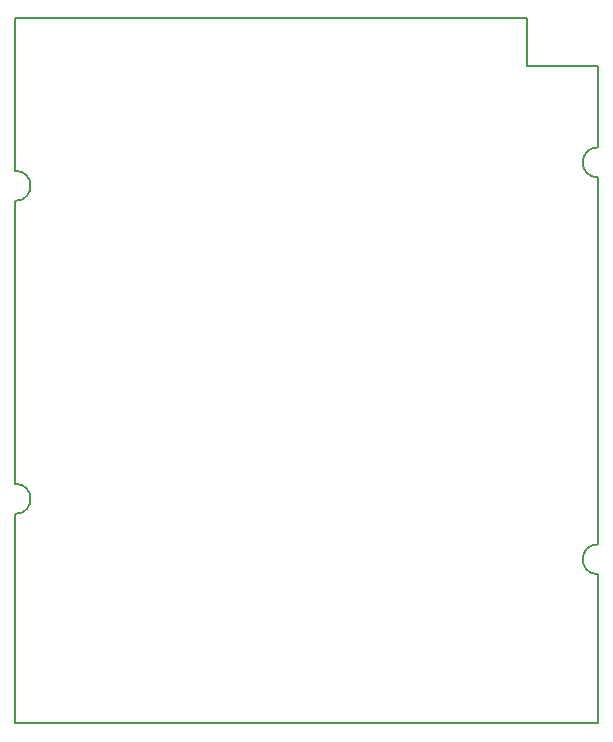
<source format=gbr>
G04 #@! TF.GenerationSoftware,KiCad,Pcbnew,(5.0.2-5)-5*
G04 #@! TF.CreationDate,2019-03-10T20:48:22-07:00*
G04 #@! TF.ProjectId,pygameboy,70796761-6d65-4626-9f79-2e6b69636164,rev?*
G04 #@! TF.SameCoordinates,Original*
G04 #@! TF.FileFunction,Profile,NP*
%FSLAX46Y46*%
G04 Gerber Fmt 4.6, Leading zero omitted, Abs format (unit mm)*
G04 Created by KiCad (PCBNEW (5.0.2-5)-5) date Sunday, March 10, 2019 at 08:48:22 PM*
%MOMM*%
%LPD*%
G01*
G04 APERTURE LIST*
%ADD10C,0.150000*%
G04 APERTURE END LIST*
D10*
X100000000Y-80250000D02*
X100000000Y-98000000D01*
X100000000Y-53750000D02*
X100000000Y-77710000D01*
X100000000Y-51210000D02*
G75*
G02X100000000Y-53750000I0J-1270000D01*
G01*
X100000000Y-77710000D02*
G75*
G02X100000000Y-80250000I0J-1270000D01*
G01*
X149300000Y-85370000D02*
X149300000Y-98000000D01*
X149300000Y-51770000D02*
X149300000Y-82830000D01*
X149300000Y-51770000D02*
G75*
G02X149300000Y-49230000I0J1270000D01*
G01*
X149300000Y-85370000D02*
G75*
G02X149300000Y-82830000I0J1270000D01*
G01*
X143300000Y-42300000D02*
X143300000Y-38300000D01*
X149300000Y-42300000D02*
X143300000Y-42300000D01*
X149300000Y-98000000D02*
X100000000Y-98000000D01*
X149300000Y-42300000D02*
X149300000Y-49230000D01*
X100000000Y-38300000D02*
X143300000Y-38300000D01*
X100000000Y-38300000D02*
X100000000Y-51210000D01*
M02*

</source>
